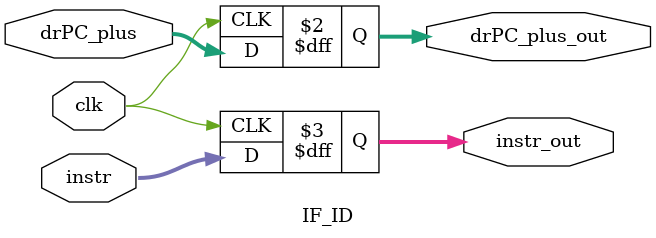
<source format=sv>
module IF_ID (clk, instr, drPC_plus, drPC_plus_out, instr_out);
	input logic clk;
	input logic [19: 0] instr;
	input logic [19: 0] drPC_plus;
	
	output logic [19: 0] drPC_plus_out;
	output logic [19: 0] instr_out;
	
	always @(negedge clk) begin
		instr_out = instr;
		drPC_plus_out = drPC_plus;
	end
endmodule 
</source>
